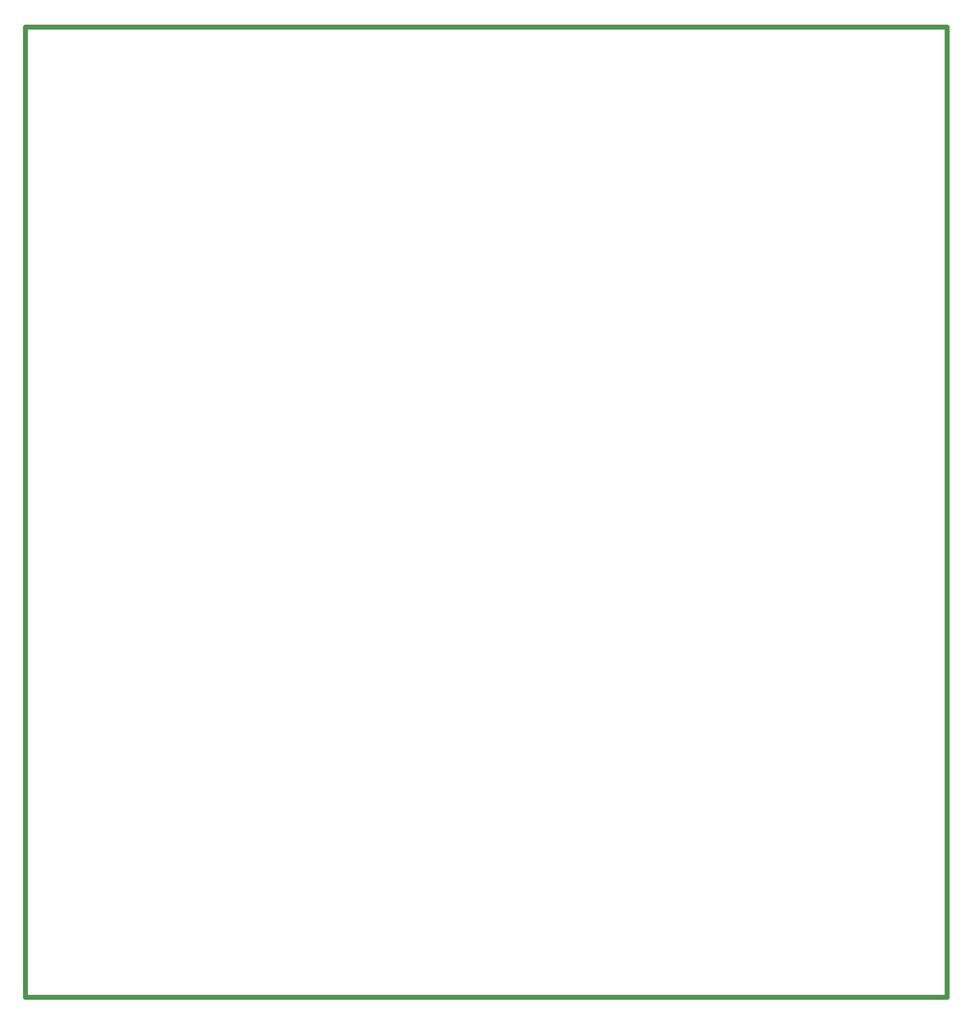
<source format=gm1>
G04 #@! TF.GenerationSoftware,KiCad,Pcbnew,8.0.4*
G04 #@! TF.CreationDate,2024-11-18T14:28:34+01:00*
G04 #@! TF.ProjectId,Zolotarev,5a6f6c6f-7461-4726-9576-2e6b69636164,rev?*
G04 #@! TF.SameCoordinates,Original*
G04 #@! TF.FileFunction,Profile,NP*
%FSLAX46Y46*%
G04 Gerber Fmt 4.6, Leading zero omitted, Abs format (unit mm)*
G04 Created by KiCad (PCBNEW 8.0.4) date 2024-11-18 14:28:34*
%MOMM*%
%LPD*%
G01*
G04 APERTURE LIST*
G04 #@! TA.AperFunction,Profile*
%ADD10C,1.000000*%
G04 #@! TD*
G04 APERTURE END LIST*
D10*
X10000000Y-25000000D02*
X200000000Y-25000000D01*
X200000000Y-225000000D01*
X10000000Y-225000000D01*
X10000000Y-25000000D01*
M02*

</source>
